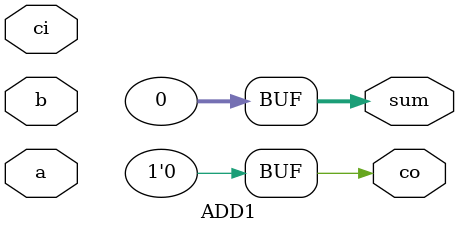
<source format=v>
module ADD1(sum, co, a, b, ci);
	output 	reg	[31:0]	sum = 0;
	output	reg			co = 0;
	input wire [31:0]	a, b;
	input wire ci;
endmodule

</source>
